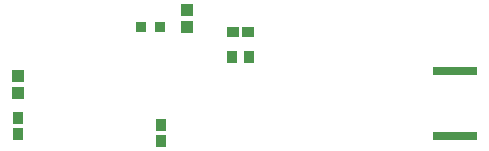
<source format=gbr>
G04*
G04 #@! TF.GenerationSoftware,Altium Limited,Altium Designer,24.4.1 (13)*
G04*
G04 Layer_Color=128*
%FSLAX25Y25*%
%MOIN*%
G70*
G04*
G04 #@! TF.SameCoordinates,D49A6A7F-BD6C-421B-9F91-F44A7ED913D7*
G04*
G04*
G04 #@! TF.FilePolarity,Positive*
G04*
G01*
G75*
%ADD15R,0.14961X0.03150*%
%ADD39R,0.03961X0.04153*%
%ADD40R,0.03773X0.04355*%
%ADD41R,0.03381X0.03591*%
%ADD42R,0.03740X0.04134*%
%ADD43R,0.04355X0.03773*%
D15*
X179728Y31500D02*
D03*
Y53350D02*
D03*
D39*
X90257Y67904D02*
D03*
Y73617D02*
D03*
X33850Y45812D02*
D03*
Y51526D02*
D03*
D40*
X81596Y30004D02*
D03*
Y35327D02*
D03*
X33850Y32169D02*
D03*
Y37493D02*
D03*
D41*
X75139Y67883D02*
D03*
X81255D02*
D03*
D42*
X111020Y57813D02*
D03*
X105312D02*
D03*
D43*
X105488Y66313D02*
D03*
X110812D02*
D03*
M02*

</source>
